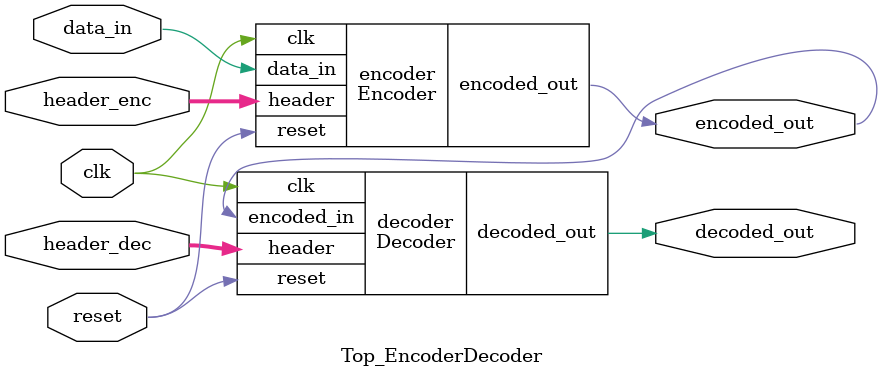
<source format=v>
`timescale 1ns / 1ps

module LSFR_15bit (
    input clk,
    input reset,
    input [14:0] seed,
    output reg out
);
    reg [14:0] lfsr;
    wire feedback = lfsr[14] ^ lfsr[13]; // x^15 + x^14 + 1 (maximal-length)

    always @(posedge clk or posedge reset) begin
        if (reset) begin
            lfsr <= (seed == 0) ? 15'h7FFF : seed; // Default seed
            out <= (seed == 0) ? 1'b1 : seed[14];
        end
        else if (lfsr == 0) begin
            lfsr <= 15'h7FFF; // Reset to non-zero state
            out <= 1'b1;
        end
        else begin
            lfsr <= {lfsr[13:0], feedback};
            out <= lfsr[14];
        end
    end
endmodule

// --------------------- Encoder Module ---------------------
module Encoder(
    input clk,
    input reset,
    input data_in,
    input [14:0] header,
    output reg encoded_out
);
    wire lfsr_out;
    LSFR_15bit encoder_lfsr (
        .clk(clk),
        .reset(reset),
        .seed(header),
        .out(lfsr_out)
    );

    always @(posedge clk) begin
        encoded_out <= data_in ^ lfsr_out;
    end
endmodule

// --------------------- Decoder Module ---------------------
module Decoder(
    input clk,
    input reset,
    input encoded_in,
    input [14:0] header,
    output reg decoded_out
);
    wire lfsr_out;
    LSFR_15bit decoder_lfsr (
        .clk(clk), // Same clock edge as encoder
        .reset(reset),
        .seed(header),
        .out(lfsr_out)
    );

    always @(posedge clk) begin
        decoded_out <= encoded_in ^ lfsr_out;
    end
endmodule

// --------------------- Top Module ---------------------
module Top_EncoderDecoder(
    input clk,
    input reset,
    input data_in,
    input [14:0] header_enc,
    input [14:0] header_dec,
    output encoded_out,
    output decoded_out
);
    Encoder encoder (
        .clk(clk),
        .reset(reset),
        .data_in(data_in),
        .header(header_enc),
        .encoded_out(encoded_out)
    );

    Decoder decoder (
        .clk(clk),
        .reset(reset),
        .encoded_in(encoded_out),
        .header(header_dec),
        .decoded_out(decoded_out)
    );
endmodule
</source>
